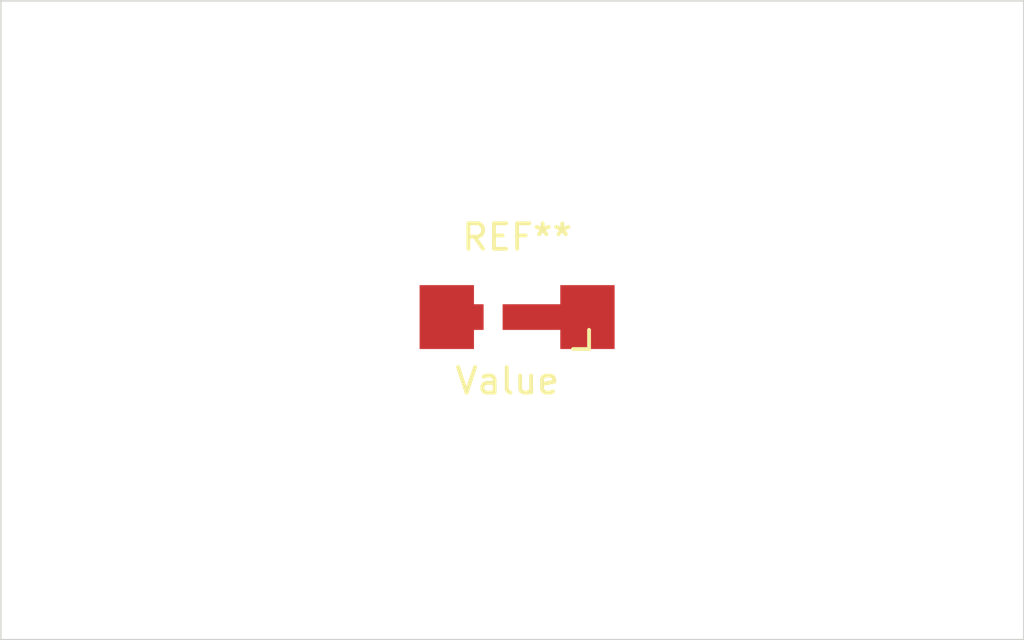
<source format=kicad_pcb>
(kicad_pcb (version 20211014) (generator pcbnew)
  (layers (0 "F.Cu" signal) (31 "B.Cu" signal) (34 "B.Paste" user) (35 "F.Paste" user) (36 "B.SilkS" user "B.Silkscreen") (37 "F.SilkS" user "F.Silkscreen") (38 "B.Mask" user) (39 "F.Mask" user) (44 "Edge.Cuts" user))
  (net 0 "")
  (footprint "KWDPLS32EC6H6J4C8E1-kSU-v6" (layer "F.Cu") (at 158.15 110.9)
    (fp_text reference "REF**" (at 0 -2.5) (layer "F.SilkS") (effects (font (size 0.8 0.8) (thickness 0.12))))
    (fp_text value "Value " (at 0 2) (layer "F.SilkS") (effects (font (size 0.8 0.8) (thickness 0.12))))
    (fp_line (start 1.75 1) (end 2.25 1) (layer "F.SilkS") (width 0.12))
    (fp_line (start 2.25 1) (end 2.25 0.4) (layer "F.SilkS") (width 0.12))
    (pad "1" smd custom (at 2.3 0) (size 0.3 0.3) (layers "F.Cu" "F.Mask") (options (clearance outline) (anchor circle)) (primitives (gr_poly (pts (xy -0.65 -0.4) (xy -0.65 -0.25) (xy 0.2 -0.25) (xy 0.2 0.25) (xy -0.65 0.25) (xy -0.65 0.4) (xy -2.75 0.4) (xy -2.75 -0.4)) (width 0) (fill yes))))
    (pad "1" smd custom (at 2.85 0) (size 0.3 0.3) (layers "F.Cu") (options (clearance outline) (anchor circle)) (primitives (gr_poly (pts (xy -1.5 -1) (xy -1.5 -0.4) (xy -3.3 -0.4) (xy -3.3 0.4) (xy -1.5 0.4) (xy -1.5 1) (xy 0.2 1) (xy 0.2 -1)) (width 0) (fill yes))))
    (pad "1" smd rect (at 1.16 0) (size 0.8 0.7) (layers "F.Cu" "F.Paste" "F.Mask"))
    (pad "1" smd rect (at 0 0) (size 0.8 0.7) (layers "F.Cu" "F.Paste" "F.Mask"))
    (pad "1" smd rect (at 2.035 0) (size 0.85 0.4) (layers "F.Cu" "F.Paste" "F.Mask"))
    (pad "2" smd custom (at -2.3 0) (size 0.3 0.3) (layers "F.Cu" "F.Mask") (options (clearance outline) (anchor circle)) (primitives (gr_poly (pts (xy 0.65 -0.25) (xy 0.65 -0.4) (xy 1.25 -0.4) (xy 1.25 0.4) (xy 0.65 0.4) (xy 0.65 0.25) (xy -0.2 0.25) (xy -0.2 -0.25)) (width 0) (fill yes))))
    (pad "2" smd custom (at -2.85 0) (size 0.3 0.3) (layers "F.Cu") (options (clearance outline) (anchor circle)) (primitives (gr_poly (pts (xy 1.5 -1) (xy 1.5 -0.4) (xy 1.8 -0.4) (xy 1.8 0.4) (xy 1.5 0.4) (xy 1.5 1) (xy -0.2 1) (xy -0.2 -1)) (width 0) (fill yes))))
    (pad "2" smd rect (at -1.35 0) (size 0.5 0.7) (layers "F.Cu" "F.Paste" "F.Mask"))
    (pad "2" smd rect (at -2.025 0) (size 0.85 0.4) (layers "F.Cu" "F.Paste" "F.Mask"))
  )
  (gr_rect (start 142 101) (end 174 121) (layer "Edge.Cuts") (width 0.05) (fill none))
)
</source>
